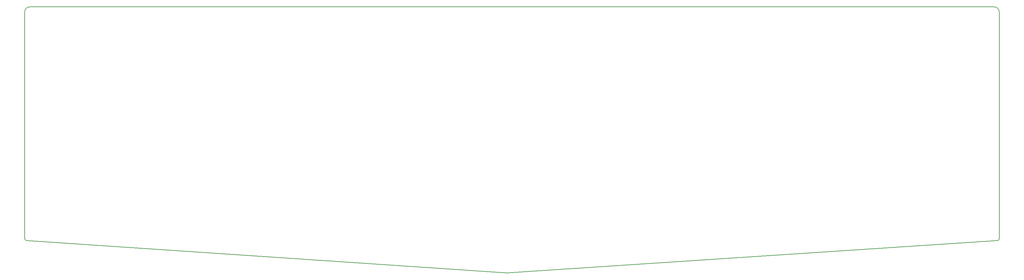
<source format=gbr>
%TF.GenerationSoftware,KiCad,Pcbnew,(5.1.6-0-10_14)*%
%TF.CreationDate,2020-08-12T22:04:00+09:00*%
%TF.ProjectId,cool836,636f6f6c-3833-4362-9e6b-696361645f70,rev?*%
%TF.SameCoordinates,Original*%
%TF.FileFunction,Profile,NP*%
%FSLAX46Y46*%
G04 Gerber Fmt 4.6, Leading zero omitted, Abs format (unit mm)*
G04 Created by KiCad (PCBNEW (5.1.6-0-10_14)) date 2020-08-12 22:04:00*
%MOMM*%
%LPD*%
G01*
G04 APERTURE LIST*
%TA.AperFunction,Profile*%
%ADD10C,0.200000*%
%TD*%
G04 APERTURE END LIST*
D10*
X314700000Y41250000D02*
G75*
G02*
X314175079Y40750997I-524921J26591D01*
G01*
X47548409Y40775079D02*
G75*
G02*
X47049406Y41300000I26591J524921D01*
G01*
X47049765Y103675000D02*
G75*
G02*
X48375000Y105000235I1325235J0D01*
G01*
X313375000Y105000235D02*
G75*
G02*
X314700235Y103675000I0J-1325235D01*
G01*
X179450000Y31875000D02*
X314175079Y40750997D01*
X179450000Y31875000D02*
X47548409Y40775079D01*
X47049406Y41300000D02*
X47049765Y103675000D01*
X48375000Y105000235D02*
X313375000Y105000235D01*
X314700235Y103675000D02*
X314700000Y41250000D01*
M02*

</source>
